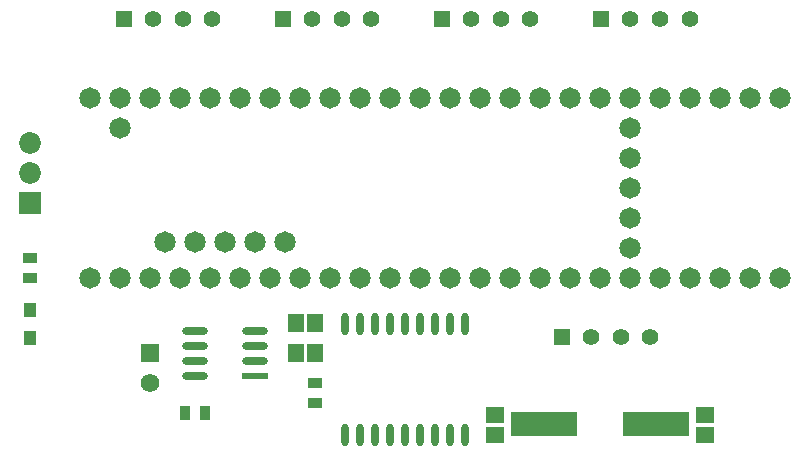
<source format=gts>
G04*
G04 #@! TF.GenerationSoftware,Altium Limited,Altium Designer,22.10.1 (41)*
G04*
G04 Layer_Color=8388736*
%FSLAX44Y44*%
%MOMM*%
G71*
G04*
G04 #@! TF.SameCoordinates,0536D981-BEB6-4F1E-8F52-2FA45D902929*
G04*
G04*
G04 #@! TF.FilePolarity,Negative*
G04*
G01*
G75*
G04:AMPARAMS|DCode=15|XSize=1.9mm|YSize=0.6mm|CornerRadius=0.3mm|HoleSize=0mm|Usage=FLASHONLY|Rotation=90.000|XOffset=0mm|YOffset=0mm|HoleType=Round|Shape=RoundedRectangle|*
%AMROUNDEDRECTD15*
21,1,1.9000,0.0000,0,0,90.0*
21,1,1.3000,0.6000,0,0,90.0*
1,1,0.6000,0.0000,0.6500*
1,1,0.6000,0.0000,-0.6500*
1,1,0.6000,0.0000,-0.6500*
1,1,0.6000,0.0000,0.6500*
%
%ADD15ROUNDEDRECTD15*%
%ADD17R,1.3082X0.8065*%
%ADD18R,2.2044X0.6080*%
G04:AMPARAMS|DCode=19|XSize=2.2044mm|YSize=0.608mm|CornerRadius=0.304mm|HoleSize=0mm|Usage=FLASHONLY|Rotation=180.000|XOffset=0mm|YOffset=0mm|HoleType=Round|Shape=RoundedRectangle|*
%AMROUNDEDRECTD19*
21,1,2.2044,0.0000,0,0,180.0*
21,1,1.5965,0.6080,0,0,180.0*
1,1,0.6080,-0.7982,0.0000*
1,1,0.6080,0.7982,0.0000*
1,1,0.6080,0.7982,0.0000*
1,1,0.6080,-0.7982,0.0000*
%
%ADD19ROUNDEDRECTD19*%
%ADD20R,0.8065X1.3082*%
%ADD22R,1.1000X1.2500*%
%ADD23R,5.6500X2.1500*%
%ADD24R,1.4000X1.6000*%
%ADD25R,1.6000X1.4000*%
%ADD26C,1.4000*%
%ADD27R,1.4000X1.4000*%
%ADD28C,0.1500*%
%ADD29R,1.5700X1.5700*%
%ADD30C,1.5700*%
%ADD31R,1.8500X1.8500*%
%ADD32C,1.8500*%
%ADD33C,1.8150*%
D15*
X304800Y21580D02*
D03*
X317500D02*
D03*
X330200D02*
D03*
X342900D02*
D03*
X355600D02*
D03*
X368300D02*
D03*
X381000D02*
D03*
X393700D02*
D03*
X406400D02*
D03*
Y115580D02*
D03*
X393700D02*
D03*
X381000D02*
D03*
X368300D02*
D03*
X355600D02*
D03*
X342900D02*
D03*
X330200D02*
D03*
X317500D02*
D03*
X304800D02*
D03*
D17*
X279400Y48483D02*
D03*
Y65500D02*
D03*
X38100Y171417D02*
D03*
Y154400D02*
D03*
D18*
X228709Y71850D02*
D03*
D19*
Y84550D02*
D03*
Y97250D02*
D03*
Y109950D02*
D03*
X177691D02*
D03*
Y97250D02*
D03*
Y84550D02*
D03*
Y71850D02*
D03*
D20*
X186308Y40100D02*
D03*
X169291D02*
D03*
D22*
X38100Y127100D02*
D03*
Y103600D02*
D03*
D23*
X473200Y30480D02*
D03*
X568200D02*
D03*
D24*
X262900Y116300D02*
D03*
X279400D02*
D03*
X262900Y90900D02*
D03*
X279400D02*
D03*
D25*
X609600Y21600D02*
D03*
Y38100D02*
D03*
X431800Y21600D02*
D03*
Y38100D02*
D03*
D26*
X596300Y373550D02*
D03*
X571300D02*
D03*
X546300D02*
D03*
X563080Y104140D02*
D03*
X538080D02*
D03*
X513080D02*
D03*
X192240Y373380D02*
D03*
X167240D02*
D03*
X142240D02*
D03*
X461480D02*
D03*
X436480D02*
D03*
X411480D02*
D03*
X326860D02*
D03*
X301860D02*
D03*
X276860D02*
D03*
D27*
X521300Y373550D02*
D03*
X488080Y104140D02*
D03*
X117240Y373380D02*
D03*
X386480D02*
D03*
X251860D02*
D03*
D28*
X660400Y50800D02*
D03*
X50800D02*
D03*
Y368300D02*
D03*
X660400D02*
D03*
D29*
X139700Y90900D02*
D03*
D30*
Y65500D02*
D03*
D31*
X38100Y217900D02*
D03*
D32*
Y243300D02*
D03*
Y268700D02*
D03*
D33*
X139700Y154400D02*
D03*
X165100D02*
D03*
X190500D02*
D03*
X215900D02*
D03*
X241300D02*
D03*
X266700D02*
D03*
X292100D02*
D03*
X317500D02*
D03*
X342900D02*
D03*
X368300D02*
D03*
X393700D02*
D03*
X419100D02*
D03*
Y306800D02*
D03*
X393700D02*
D03*
X368300D02*
D03*
X342900D02*
D03*
X317500D02*
D03*
X292100D02*
D03*
X266700D02*
D03*
X241300D02*
D03*
X215900D02*
D03*
X190500D02*
D03*
X165100D02*
D03*
X469900Y154400D02*
D03*
X495300D02*
D03*
X520700D02*
D03*
X546100D02*
D03*
X571500D02*
D03*
X596900D02*
D03*
X622300D02*
D03*
X647700D02*
D03*
X673100D02*
D03*
Y306800D02*
D03*
X647700D02*
D03*
X622300D02*
D03*
X596900D02*
D03*
X571500D02*
D03*
X546100D02*
D03*
X520700D02*
D03*
X495300D02*
D03*
X469900D02*
D03*
X444500Y154400D02*
D03*
X546100Y179800D02*
D03*
Y205200D02*
D03*
Y230600D02*
D03*
Y256000D02*
D03*
Y281400D02*
D03*
X254000Y184900D02*
D03*
X228600D02*
D03*
X203200D02*
D03*
X177800D02*
D03*
X152400D02*
D03*
X139700Y306800D02*
D03*
X88900D02*
D03*
X114300Y154400D02*
D03*
Y281400D02*
D03*
X444500Y306800D02*
D03*
X114300D02*
D03*
X88900Y154400D02*
D03*
M02*

</source>
